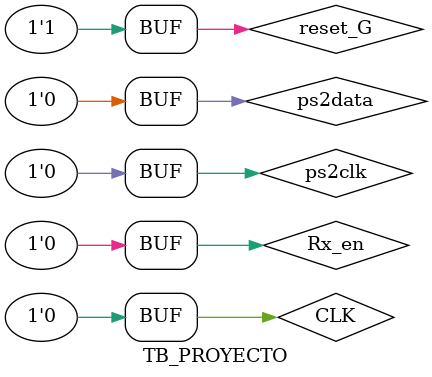
<source format=v>
`timescale 1ns / 1ps


module TB_PROYECTO;

	// Inputs
	reg CLK_G;
	reg reset_G;
	reg ps2data;
	reg ps2clk;
	reg Rx_en;

	// Outputs
	wire [3:0] Temps;
	wire RESETFSM;
	wire Gas;
	wire Alerta;
	wire Peligro;

	// Instantiate the Unit Under Test (UUT)
	Proyect uut (
		.CLK_G(CLK_G), 
		.reset_G(reset_G), 
		.ps2data(ps2data), 
		.ps2clk(ps2clk), 
		.Rx_en(Rx_en), 
		.Temps(Temps), 
		.RESETFSM(RESETFSM), 
		.Gas(Gas), 
		.Alerta(Alerta), 
		.Peligro(Peligro), 
	);

//Simula clock Nexys 3	
localparam T = 10;
always
		begin
			CLK = 1'b1;
			#(T/2) ;
			CLK = 1'b0;
			#(T/2) ;
		end

	initial 
	begin
		// Initialize Inputs
		reset_G = 1;
		ps2data = 0;
		ps2clk = 0;
		Rx_en = 0;

		// Wait 100 ns for global reset to finish
		#100;
        
		// Add stimulus here

	end
      
endmodule


</source>
